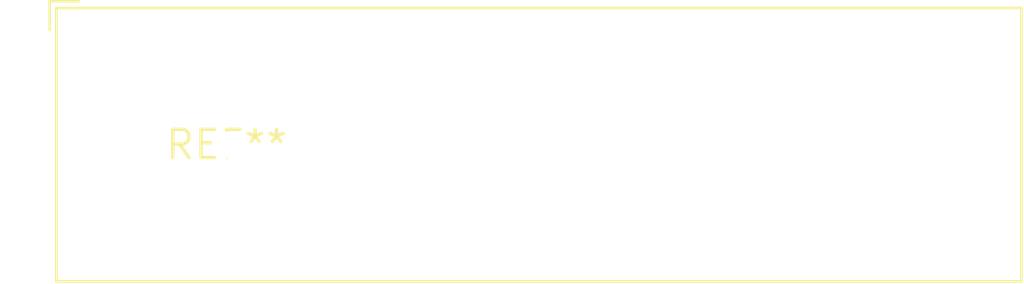
<source format=kicad_pcb>
(kicad_pcb (version 20240108) (generator pcbnew)
  (layers (0 "F.Cu" signal) (31 "B.Cu" signal) (34 "B.Paste" user) (35 "F.Paste" user) (36 "B.SilkS" user "B.Silkscreen") (37 "F.SilkS" user "F.Silkscreen") (38 "B.Mask" user) (39 "F.Mask" user) (44 "Edge.Cuts" user))
  (net 0 "")
  (footprint "Relay_NCR_HHG1D-1" (layer "F.Cu") (at 0 0)
    (property "Reference" "REF**")
    (property "Value" "Relay_NCR_HHG1D-1")
    (fp_line (start -7.94 -6.44) (end -7.94 -5.14) (layer "F.SilkS") (stroke (width 0.12)))
    (fp_line (start -7.94 -6.44) (end -6.64 -6.44) (layer "F.SilkS") (stroke (width 0.12)))
    (fp_rect (start -7.64 -6.14) (end 35.64 6.14) (layer "F.SilkS") (stroke (width 0.12)) (fill none))
    (pad "1" thru_hole rect (at 0 0) (size 2 3) (drill 1.2) (layers *.Cu *.Mask) (remove_unused_layers))
    (pad "2" thru_hole oval (at 10 0) (size 2 3) (drill 1.2) (layers *.Cu *.Mask) (remove_unused_layers))
    (pad "3" thru_hole oval (at 22 0) (size 2 3) (drill 1.2) (layers *.Cu *.Mask) (remove_unused_layers))
    (pad "4" thru_hole oval (at 27 0) (size 2 3) (drill 1.2) (layers *.Cu *.Mask) (remove_unused_layers))
  )
)
</source>
